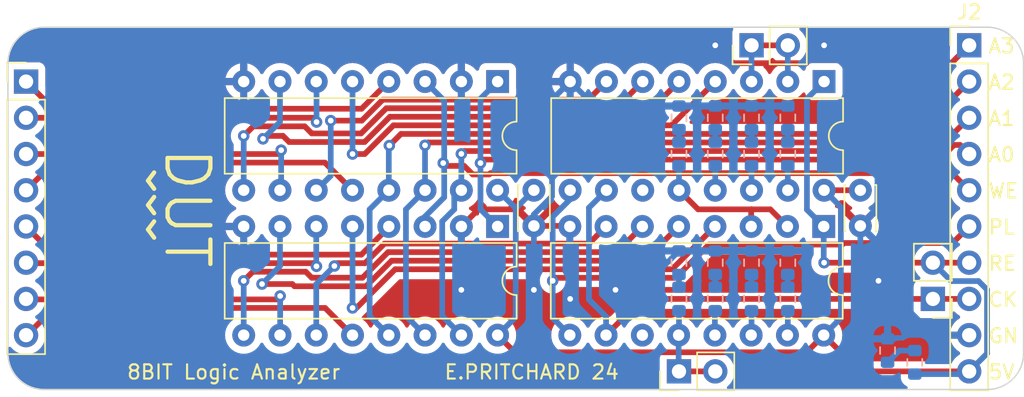
<source format=kicad_pcb>
(kicad_pcb (version 20221018) (generator pcbnew)
  (layers (0 "F.Cu" signal) (31 "B.Cu" signal) (34 "B.Paste" user) (35 "F.Paste" user) (36 "B.SilkS" user "B.Silkscreen") (37 "F.SilkS" user "F.Silkscreen") (38 "B.Mask" user) (39 "F.Mask" user) (44 "Edge.Cuts" user))
  (net 0 "")
  (net 1 "VCC")
  (net 2 "GND")
  (net 3 "Net-(D1-A)")
  (net 4 "Net-(D2-A)")
  (net 5 "Net-(D3-A)")
  (net 6 "Net-(D4-A)")
  (net 7 "Net-(D5-A)")
  (net 8 "Net-(D6-A)")
  (net 9 "Net-(D7-A)")
  (net 10 "Net-(D8-A)")
  (net 11 "Net-(D9-A)")
  (net 12 "Net-(J1-Pin_1)")
  (net 13 "Net-(J1-Pin_2)")
  (net 14 "Net-(J1-Pin_3)")
  (net 15 "Net-(J1-Pin_4)")
  (net 16 "Net-(J1-Pin_5)")
  (net 17 "Net-(J1-Pin_6)")
  (net 18 "Net-(J1-Pin_7)")
  (net 19 "Net-(J1-Pin_8)")
  (net 20 "/addr_3")
  (net 21 "/addr_2")
  (net 22 "/addr_1")
  (net 23 "/addr_0")
  (net 24 "/write")
  (net 25 "/load")
  (net 26 "/clear")
  (net 27 "/clk")
  (net 28 "/s_in")
  (net 29 "/s_out")
  (net 30 "Net-(U2-Q3)")
  (net 31 "Net-(U2-Q2)")
  (net 32 "Net-(U2-Q1)")
  (net 33 "Net-(U2-Q0)")
  (net 34 "Net-(U4-Q2)")
  (net 35 "Net-(U4-Q1)")
  (net 36 "Net-(U4-Q0)")
  (net 37 "Net-(U1-S0_n)")
  (net 38 "Net-(U1-S1_n)")
  (net 39 "Net-(U1-S2_n)")
  (net 40 "Net-(U1-S3_n)")
  (net 42 "Net-(U3-S0_n)")
  (net 43 "Net-(U3-S1_n)")
  (net 44 "Net-(U3-S2_n)")
  (net 45 "Net-(U3-S3_n)")
  (footprint "Connector_PinHeader_2.54mm:PinHeader_1x10_P2.54mm_Vertical" (layer "F.Cu") (at 81.28 17.78)
    (fp_text reference "J2" (at 0 -2.33) (layer "F.SilkS"))
    (fp_text value "Conn_01x10_Pin" hide)
    (pad "1" thru_hole rect (at 0 0) (size 1.7 1.7) (drill 1) (layers "*.Cu" "*.Mask") (net 20 "/addr_3"))
    (pad "2" thru_hole oval (at 0 2.54) (size 1.7 1.7) (drill 1) (layers "*.Cu" "*.Mask") (net 21 "/addr_2"))
    (pad "3" thru_hole oval (at 0 5.08) (size 1.7 1.7) (drill 1) (layers "*.Cu" "*.Mask") (net 22 "/addr_1"))
    (pad "4" thru_hole oval (at 0 7.62) (size 1.7 1.7) (drill 1) (layers "*.Cu" "*.Mask") (net 23 "/addr_0"))
    (pad "5" thru_hole oval (at 0 10.16) (size 1.7 1.7) (drill 1) (layers "*.Cu" "*.Mask") (net 24 "/write"))
    (pad "6" thru_hole oval (at 0 12.7) (size 1.7 1.7) (drill 1) (layers "*.Cu" "*.Mask") (net 25 "/load"))
    (pad "7" thru_hole oval (at 0 15.24) (size 1.7 1.7) (drill 1) (layers "*.Cu" "*.Mask") (net 26 "/clear"))
    (pad "8" thru_hole oval (at 0 17.78) (size 1.7 1.7) (drill 1) (layers "*.Cu" "*.Mask") (net 27 "/clk"))
    (pad "9" thru_hole oval (at 0 20.32) (size 1.7 1.7) (drill 1) (layers "*.Cu" "*.Mask") (net 2 "GND"))
    (pad "10" thru_hole oval (at 0 22.86) (size 1.7 1.7) (drill 1) (layers "*.Cu" "*.Mask") (net 1 "VCC"))
  )
  (footprint "Package_DIP:DIP-16_W7.62mm" (layer "F.Cu") (at 48.26 30.48 -90)
    (fp_text reference "U3" hide)
    (fp_text value "~" hide)
    (pad "1" thru_hole rect (at 0 0 270) (size 1.6 1.6) (drill 0.8) (layers "*.Cu" "*.Mask") (net 23 "/addr_0"))
    (pad "2" thru_hole oval (at 0 2.54 270) (size 1.6 1.6) (drill 0.8) (layers "*.Cu" "*.Mask") (net 2 "GND"))
    (pad "3" thru_hole oval (at 0 5.08 270) (size 1.6 1.6) (drill 0.8) (layers "*.Cu" "*.Mask") (net 24 "/write"))
    (pad "4" thru_hole oval (at 0 7.62 270) (size 1.6 1.6) (drill 0.8) (layers "*.Cu" "*.Mask") (net 16 "Net-(J1-Pin_5)"))
    (pad "5" thru_hole oval (at 0 10.16 270) (size 1.6 1.6) (drill 0.8) (layers "*.Cu" "*.Mask") (net 42 "Net-(U3-S0_n)"))
    (pad "6" thru_hole oval (at 0 12.7 270) (size 1.6 1.6) (drill 0.8) (layers "*.Cu" "*.Mask") (net 17 "Net-(J1-Pin_6)"))
    (pad "7" thru_hole oval (at 0 15.24 270) (size 1.6 1.6) (drill 0.8) (layers "*.Cu" "*.Mask") (net 43 "Net-(U3-S1_n)"))
    (pad "8" thru_hole oval (at 0 17.78 270) (size 1.6 1.6) (drill 0.8) (layers "*.Cu" "*.Mask") (net 2 "GND"))
    (pad "9" thru_hole oval (at 7.62 17.78 270) (size 1.6 1.6) (drill 0.8) (layers "*.Cu" "*.Mask") (net 44 "Net-(U3-S2_n)"))
    (pad "10" thru_hole oval (at 7.62 15.24 270) (size 1.6 1.6) (drill 0.8) (layers "*.Cu" "*.Mask") (net 18 "Net-(J1-Pin_7)"))
    (pad "11" thru_hole oval (at 7.62 12.7 270) (size 1.6 1.6) (drill 0.8) (layers "*.Cu" "*.Mask") (net 45 "Net-(U3-S3_n)"))
    (pad "12" thru_hole oval (at 7.62 10.16 270) (size 1.6 1.6) (drill 0.8) (layers "*.Cu" "*.Mask") (net 19 "Net-(J1-Pin_8)"))
    (pad "13" thru_hole oval (at 7.62 7.62 270) (size 1.6 1.6) (drill 0.8) (layers "*.Cu" "*.Mask") (net 20 "/addr_3"))
    (pad "14" thru_hole oval (at 7.62 5.08 270) (size 1.6 1.6) (drill 0.8) (layers "*.Cu" "*.Mask") (net 21 "/addr_2"))
    (pad "15" thru_hole oval (at 7.62 2.54 270) (size 1.6 1.6) (drill 0.8) (layers "*.Cu" "*.Mask") (net 22 "/addr_1"))
    (pad "16" thru_hole oval (at 7.62 0 270) (size 1.6 1.6) (drill 0.8) (layers "*.Cu" "*.Mask") (net 1 "VCC"))
  )
  (footprint "Connector_PinHeader_2.54mm:PinHeader_1x02_P2.54mm_Vertical" (layer "F.Cu") (at 60.96 40.64 90)
    (fp_text reference "J4" hide)
    (fp_text value "Conn_01x02_Pin" hide)
    (pad "1" thru_hole rect (at 0 0 90) (size 1.7 1.7) (drill 1) (layers "*.Cu" "*.Mask") (net 29 "/s_out"))
    (pad "2" thru_hole oval (at 0 2.54 90) (size 1.7 1.7) (drill 1) (layers "*.Cu" "*.Mask") (net 29 "/s_out"))
  )
  (footprint "Capacitor_THT:C_Disc_D3.0mm_W2.0mm_P2.50mm" (layer "F.Cu") (at 50.8 27.94 -90)
    (fp_text reference "C1" hide)
    (fp_text value "100nF" hide)
    (pad "1" thru_hole circle (at 0 0 270) (size 1.6 1.6) (drill 0.8) (layers "*.Cu" "*.Mask") (net 1 "VCC"))
    (pad "2" thru_hole circle (at 2.5 0 270) (size 1.6 1.6) (drill 0.8) (layers "*.Cu" "*.Mask") (net 2 "GND"))
  )
  (footprint "Connector_PinHeader_2.54mm:PinHeader_1x02_P2.54mm_Vertical" (layer "F.Cu") (at 78.74 35.56 180)
    (fp_text reference "J5" hide)
    (fp_text value "Conn_01x02_Pin" hide)
    (pad "1" thru_hole rect (at 0 0 180) (size 1.7 1.7) (drill 1) (layers "*.Cu" "*.Mask") (net 27 "/clk"))
    (pad "2" thru_hole oval (at 0 2.54 180) (size 1.7 1.7) (drill 1) (layers "*.Cu" "*.Mask") (net 1 "VCC"))
  )
  (footprint "Package_DIP:DIP-16_W7.62mm" (layer "F.Cu") (at 71.095 30.48 -90)
    (fp_text reference "U4" hide)
    (fp_text value "74LS195" hide)
    (pad "1" thru_hole rect (at 0 0 270) (size 1.6 1.6) (drill 0.8) (layers "*.Cu" "*.Mask") (net 26 "/clear"))
    (pad "2" thru_hole oval (at 0 2.54 270) (size 1.6 1.6) (drill 0.8) (layers "*.Cu" "*.Mask") (net 30 "Net-(U2-Q3)"))
    (pad "3" thru_hole oval (at 0 5.08 270) (size 1.6 1.6) (drill 0.8) (layers "*.Cu" "*.Mask") (net 30 "Net-(U2-Q3)"))
    (pad "4" thru_hole oval (at 0 7.62 270) (size 1.6 1.6) (drill 0.8) (layers "*.Cu" "*.Mask") (net 42 "Net-(U3-S0_n)"))
    (pad "5" thru_hole oval (at 0 10.16 270) (size 1.6 1.6) (drill 0.8) (layers "*.Cu" "*.Mask") (net 43 "Net-(U3-S1_n)"))
    (pad "6" thru_hole oval (at 0 12.7 270) (size 1.6 1.6) (drill 0.8) (layers "*.Cu" "*.Mask") (net 44 "Net-(U3-S2_n)"))
    (pad "7" thru_hole oval (at 0 15.24 270) (size 1.6 1.6) (drill 0.8) (layers "*.Cu" "*.Mask") (net 45 "Net-(U3-S3_n)"))
    (pad "8" thru_hole oval (at 0 17.78 270) (size 1.6 1.6) (drill 0.8) (layers "*.Cu" "*.Mask") (net 2 "GND"))
    (pad "9" thru_hole oval (at 7.62 17.78 270) (size 1.6 1.6) (drill 0.8) (layers "*.Cu" "*.Mask") (net 25 "/load"))
    (pad "10" thru_hole oval (at 7.62 15.24 270) (size 1.6 1.6) (drill 0.8) (layers "*.Cu" "*.Mask") (net 27 "/clk"))
    (pad "11" thru_hole oval (at 7.62 12.7 270) (size 1.6 1.6) (drill 0.8) (layers "*.Cu" "*.Mask"))
    (pad "12" thru_hole oval (at 7.62 10.16 270) (size 1.6 1.6) (drill 0.8) (layers "*.Cu" "*.Mask") (net 29 "/s_out"))
    (pad "13" thru_hole oval (at 7.62 7.62 270) (size 1.6 1.6) (drill 0.8) (layers "*.Cu" "*.Mask") (net 34 "Net-(U4-Q2)"))
    (pad "14" thru_hole oval (at 7.62 5.08 270) (size 1.6 1.6) (drill 0.8) (layers "*.Cu" "*.Mask") (net 35 "Net-(U4-Q1)"))
    (pad "15" thru_hole oval (at 7.62 2.54 270) (size 1.6 1.6) (drill 0.8) (layers "*.Cu" "*.Mask") (net 36 "Net-(U4-Q0)"))
    (pad "16" thru_hole oval (at 7.62 0 270) (size 1.6 1.6) (drill 0.8) (layers "*.Cu" "*.Mask") (net 1 "VCC"))
  )
  (footprint "Package_DIP:DIP-16_W7.62mm" (layer "F.Cu") (at 71.12 20.32 -90)
    (fp_text reference "U2" hide)
    (fp_text value "74LS195" hide)
    (pad "1" thru_hole rect (at 0 0 270) (size 1.6 1.6) (drill 0.8) (layers "*.Cu" "*.Mask") (net 26 "/clear"))
    (pad "2" thru_hole oval (at 0 2.54 270) (size 1.6 1.6) (drill 0.8) (layers "*.Cu" "*.Mask") (net 28 "/s_in"))
    (pad "3" thru_hole oval (at 0 5.08 270) (size 1.6 1.6) (drill 0.8) (layers "*.Cu" "*.Mask") (net 28 "/s_in"))
    (pad "4" thru_hole oval (at 0 7.62 270) (size 1.6 1.6) (drill 0.8) (layers "*.Cu" "*.Mask") (net 37 "Net-(U1-S0_n)"))
    (pad "5" thru_hole oval (at 0 10.16 270) (size 1.6 1.6) (drill 0.8) (layers "*.Cu" "*.Mask") (net 38 "Net-(U1-S1_n)"))
    (pad "6" thru_hole oval (at 0 12.7 270) (size 1.6 1.6) (drill 0.8) (layers "*.Cu" "*.Mask") (net 39 "Net-(U1-S2_n)"))
    (pad "7" thru_hole oval (at 0 15.24 270) (size 1.6 1.6) (drill 0.8) (layers "*.Cu" "*.Mask") (net 40 "Net-(U1-S3_n)"))
    (pad "8" thru_hole oval (at 0 17.78 270) (size 1.6 1.6) (drill 0.8) (layers "*.Cu" "*.Mask") (net 2 "GND"))
    (pad "9" thru_hole oval (at 7.62 17.78 270) (size 1.6 1.6) (drill 0.8) (layers "*.Cu" "*.Mask") (net 25 "/load"))
    (pad "10" thru_hole oval (at 7.62 15.24 270) (size 1.6 1.6) (drill 0.8) (layers "*.Cu" "*.Mask") (net 27 "/clk"))
    (pad "11" thru_hole oval (at 7.62 12.7 270) (size 1.6 1.6) (drill 0.8) (layers "*.Cu" "*.Mask"))
    (pad "12" thru_hole oval (at 7.62 10.16 270) (size 1.6 1.6) (drill 0.8) (layers "*.Cu" "*.Mask") (net 30 "Net-(U2-Q3)"))
    (pad "13" thru_hole oval (at 7.62 7.62 270) (size 1.6 1.6) (drill 0.8) (layers "*.Cu" "*.Mask") (net 31 "Net-(U2-Q2)"))
    (pad "14" thru_hole oval (at 7.62 5.08 270) (size 1.6 1.6) (drill 0.8) (layers "*.Cu" "*.Mask") (net 32 "Net-(U2-Q1)"))
    (pad "15" thru_hole oval (at 7.62 2.54 270) (size 1.6 1.6) (drill 0.8) (layers "*.Cu" "*.Mask") (net 33 "Net-(U2-Q0)"))
    (pad "16" thru_hole oval (at 7.62 0 270) (size 1.6 1.6) (drill 0.8) (layers "*.Cu" "*.Mask") (net 1 "VCC"))
  )
  (footprint "Capacitor_THT:C_Disc_D3.0mm_W2.0mm_P2.50mm" (layer "F.Cu") (at 73.66 27.94 -90)
    (fp_text reference "C2" hide)
    (fp_text value "1uF" hide)
    (pad "1" thru_hole circle (at 0 0 270) (size 1.6 1.6) (drill 0.8) (layers "*.Cu" "*.Mask") (net 1 "VCC"))
    (pad "2" thru_hole circle (at 2.5 0 270) (size 1.6 1.6) (drill 0.8) (layers "*.Cu" "*.Mask") (net 2 "GND"))
  )
  (footprint "Package_DIP:DIP-16_W7.62mm" (layer "F.Cu") (at 48.26 20.32 -90)
    (fp_text reference "U1" hide)
    (fp_text value "~" hide)
    (pad "1" thru_hole rect (at 0 0 270) (size 1.6 1.6) (drill 0.8) (layers "*.Cu" "*.Mask") (net 23 "/addr_0"))
    (pad "2" thru_hole oval (at 0 2.54 270) (size 1.6 1.6) (drill 0.8) (layers "*.Cu" "*.Mask") (net 2 "GND"))
    (pad "3" thru_hole oval (at 0 5.08 270) (size 1.6 1.6) (drill 0.8) (layers "*.Cu" "*.Mask") (net 24 "/write"))
    (pad "4" thru_hole oval (at 0 7.62 270) (size 1.6 1.6) (drill 0.8) (layers "*.Cu" "*.Mask") (net 12 "Net-(J1-Pin_1)"))
    (pad "5" thru_hole oval (at 0 10.16 270) (size 1.6 1.6) (drill 0.8) (layers "*.Cu" "*.Mask") (net 37 "Net-(U1-S0_n)"))
    (pad "6" thru_hole oval (at 0 12.7 270) (size 1.6 1.6) (drill 0.8) (layers "*.Cu" "*.Mask") (net 13 "Net-(J1-Pin_2)"))
    (pad "7" thru_hole oval (at 0 15.24 270) (size 1.6 1.6) (drill 0.8) (layers "*.Cu" "*.Mask") (net 38 "Net-(U1-S1_n)"))
    (pad "8" thru_hole oval (at 0 17.78 270) (size 1.6 1.6) (drill 0.8) (layers "*.Cu" "*.Mask") (net 2 "GND"))
    (pad "9" thru_hole oval (at 7.62 17.78 270) (size 1.6 1.6) (drill 0.8) (layers "*.Cu" "*.Mask") (net 39 "Net-(U1-S2_n)"))
    (pad "10" thru_hole oval (at 7.62 15.24 270) (size 1.6 1.6) (drill 0.8) (layers "*.Cu" "*.Mask") (net 14 "Net-(J1-Pin_3)"))
    (pad "11" thru_hole oval (at 7.62 12.7 270) (size 1.6 1.6) (drill 0.8) (layers "*.Cu" "*.Mask") (net 40 "Net-(U1-S3_n)"))
    (pad "12" thru_hole oval (at 7.62 10.16 270) (size 1.6 1.6) (drill 0.8) (layers "*.Cu" "*.Mask") (net 15 "Net-(J1-Pin_4)"))
    (pad "13" thru_hole oval (at 7.62 7.62 270) (size 1.6 1.6) (drill 0.8) (layers "*.Cu" "*.Mask") (net 20 "/addr_3"))
    (pad "14" thru_hole oval (at 7.62 5.08 270) (size 1.6 1.6) (drill 0.8) (layers "*.Cu" "*.Mask") (net 21 "/addr_2"))
    (pad "15" thru_hole oval (at 7.62 2.54 270) (size 1.6 1.6) (drill 0.8) (layers "*.Cu" "*.Mask") (net 22 "/addr_1"))
    (pad "16" thru_hole oval (at 7.62 0 270) (size 1.6 1.6) (drill 0.8) (layers "*.Cu" "*.Mask") (net 1 "VCC"))
  )
  (footprint "Connector_PinHeader_2.54mm:PinHeader_1x02_P2.54mm_Vertical" (layer "F.Cu") (at 66.04 17.78 90)
    (fp_text reference "J3" hide)
    (fp_text value "Conn_01x02_Pin" hide)
    (pad "1" thru_hole rect (at 0 0 90) (size 1.7 1.7) (drill 1) (layers "*.Cu" "*.Mask") (net 28 "/s_in"))
    (pad "2" thru_hole oval (at 0 2.54 90) (size 1.7 1.7) (drill 1) (layers "*.Cu" "*.Mask") (net 28 "/s_in"))
  )
  (footprint "Connector_PinHeader_2.54mm:PinHeader_1x08_P2.54mm_Vertical" (layer "F.Cu") (at 15.24 20.32)
    (fp_text reference "J1" hide)
    (fp_text value "Conn_01x08_Pin" hide)
    (pad "1" thru_hole rect (at 0 0) (size 1.7 1.7) (drill 1) (layers "*.Cu" "*.Mask") (net 12 "Net-(J1-Pin_1)"))
    (pad "2" thru_hole oval (at 0 2.54) (size 1.7 1.7) (drill 1) (layers "*.Cu" "*.Mask") (net 13 "Net-(J1-Pin_2)"))
    (pad "3" thru_hole oval (at 0 5.08) (size 1.7 1.7) (drill 1) (layers "*.Cu" "*.Mask") (net 14 "Net-(J1-Pin_3)"))
    (pad "4" thru_hole oval (at 0 7.62) (size 1.7 1.7) (drill 1) (layers "*.Cu" "*.Mask") (net 15 "Net-(J1-Pin_4)"))
    (pad "5" thru_hole oval (at 0 10.16) (size 1.7 1.7) (drill 1) (layers "*.Cu" "*.Mask") (net 16 "Net-(J1-Pin_5)"))
    (pad "6" thru_hole oval (at 0 12.7) (size 1.7 1.7) (drill 1) (layers "*.Cu" "*.Mask") (net 17 "Net-(J1-Pin_6)"))
    (pad "7" thru_hole oval (at 0 15.24) (size 1.7 1.7) (drill 1) (layers "*.Cu" "*.Mask") (net 18 "Net-(J1-Pin_7)"))
    (pad "8" thru_hole oval (at 0 17.78) (size 1.7 1.7) (drill 1) (layers "*.Cu" "*.Mask") (net 19 "Net-(J1-Pin_8)"))
  )
  (footprint "Resistor_SMD:R_0603_1608Metric" (layer "B.Cu") (at 77.47 40.005 90)
    (fp_text reference "R11" hide)
    (fp_text value "470" hide)
    (pad "1" smd roundrect (at -0.825 0 90) (size 0.8 0.95) (layers "B.Cu" "B.Paste" "B.Mask") (net 1 "VCC"))
    (pad "2" smd roundrect (at 0.825 0 90) (size 0.8 0.95) (layers "B.Cu" "B.Paste" "B.Mask") (net 11 "Net-(D9-A)"))
  )
  (footprint "Resistor_SMD:R_0603_1608Metric" (layer "B.Cu") (at 66.04 25.4 90)
    (fp_text reference "R3" hide)
    (fp_text value "470" hide)
    (pad "1" smd roundrect (at -0.825 0 90) (size 0.8 0.95) (layers "B.Cu" "B.Paste" "B.Mask") (net 32 "Net-(U2-Q1)"))
    (pad "2" smd roundrect (at 0.825 0 90) (size 0.8 0.95) (layers "B.Cu" "B.Paste" "B.Mask") (net 5 "Net-(D3-A)"))
  )
  (footprint "Resistor_SMD:R_0603_1608Metric" (layer "B.Cu") (at 60.96 22.86 -90)
    (fp_text reference "D1" hide)
    (fp_text value "LED" hide)
    (pad "1" smd roundrect (at -0.825 0 270) (size 0.8 0.95) (layers "B.Cu" "B.Paste" "B.Mask") (net 2 "GND"))
    (pad "2" smd roundrect (at 0.825 0 270) (size 0.8 0.95) (layers "B.Cu" "B.Paste" "B.Mask") (net 3 "Net-(D1-A)"))
  )
  (footprint "Resistor_SMD:R_0603_1608Metric" (layer "B.Cu") (at 63.5 22.86 -90)
    (fp_text reference "D2" hide)
    (fp_text value "LED" hide)
    (pad "1" smd roundrect (at -0.825 0 270) (size 0.8 0.95) (layers "B.Cu" "B.Paste" "B.Mask") (net 2 "GND"))
    (pad "2" smd roundrect (at 0.825 0 270) (size 0.8 0.95) (layers "B.Cu" "B.Paste" "B.Mask") (net 4 "Net-(D2-A)"))
  )
  (footprint "Resistor_SMD:R_0603_1608Metric" (layer "B.Cu") (at 66.04 22.86 -90)
    (fp_text reference "D3" hide)
    (fp_text value "LED" hide)
    (pad "1" smd roundrect (at -0.825 0 270) (size 0.8 0.95) (layers "B.Cu" "B.Paste" "B.Mask") (net 2 "GND"))
    (pad "2" smd roundrect (at 0.825 0 270) (size 0.8 0.95) (layers "B.Cu" "B.Paste" "B.Mask") (net 5 "Net-(D3-A)"))
  )
  (footprint "Resistor_SMD:R_0603_1608Metric" (layer "B.Cu") (at 75.565 39.18 -90)
    (fp_text reference "D9" hide)
    (fp_text value "LED" hide)
    (pad "1" smd roundrect (at -0.825 0 270) (size 0.8 0.95) (layers "B.Cu" "B.Paste" "B.Mask") (net 2 "GND"))
    (pad "2" smd roundrect (at 0.825 0 270) (size 0.8 0.95) (layers "B.Cu" "B.Paste" "B.Mask") (net 11 "Net-(D9-A)"))
  )
  (footprint "Resistor_SMD:R_0603_1608Metric" (layer "B.Cu") (at 68.58 22.86 -90)
    (fp_text reference "D4" hide)
    (fp_text value "LED" hide)
    (pad "1" smd roundrect (at -0.825 0 270) (size 0.8 0.95) (layers "B.Cu" "B.Paste" "B.Mask") (net 2 "GND"))
    (pad "2" smd roundrect (at 0.825 0 270) (size 0.8 0.95) (layers "B.Cu" "B.Paste" "B.Mask") (net 6 "Net-(D4-A)"))
  )
  (footprint "Resistor_SMD:R_0603_1608Metric" (layer "B.Cu") (at 66.04 33.02 -90)
    (fp_text reference "D7" hide)
    (fp_text value "LED" hide)
    (pad "1" smd roundrect (at -0.825 0 270) (size 0.8 0.95) (layers "B.Cu" "B.Paste" "B.Mask") (net 2 "GND"))
    (pad "2" smd roundrect (at 0.825 0 270) (size 0.8 0.95) (layers "B.Cu" "B.Paste" "B.Mask") (net 9 "Net-(D7-A)"))
  )
  (footprint "Resistor_SMD:R_0603_1608Metric" (layer "B.Cu") (at 60.96 33.02 -90)
    (fp_text reference "D5" hide)
    (fp_text value "LED" hide)
    (pad "1" smd roundrect (at -0.825 0 270) (size 0.8 0.95) (layers "B.Cu" "B.Paste" "B.Mask") (net 2 "GND"))
    (pad "2" smd roundrect (at 0.825 0 270) (size 0.8 0.95) (layers "B.Cu" "B.Paste" "B.Mask") (net 7 "Net-(D5-A)"))
  )
  (footprint "Resistor_SMD:R_0603_1608Metric" (layer "B.Cu") (at 68.58 35.56 90)
    (fp_text reference "R10" hide)
    (fp_text value "470" hide)
    (pad "1" smd roundrect (at -0.825 0 90) (size 0.8 0.95) (layers "B.Cu" "B.Paste" "B.Mask") (net 36 "Net-(U4-Q0)"))
    (pad "2" smd roundrect (at 0.825 0 90) (size 0.8 0.95) (layers "B.Cu" "B.Paste" "B.Mask") (net 10 "Net-(D8-A)"))
  )
  (footprint "Resistor_SMD:R_0603_1608Metric" (layer "B.Cu") (at 63.5 35.56 90)
    (fp_text reference "R8" hide)
    (fp_text value "470" hide)
    (pad "1" smd roundrect (at -0.825 0 90) (size 0.8 0.95) (layers "B.Cu" "B.Paste" "B.Mask") (net 34 "Net-(U4-Q2)"))
    (pad "2" smd roundrect (at 0.825 0 90) (size 0.8 0.95) (layers "B.Cu" "B.Paste" "B.Mask") (net 8 "Net-(D6-A)"))
  )
  (footprint "Resistor_SMD:R_0603_1608Metric" (layer "B.Cu") (at 63.5 33.02 -90)
    (fp_text reference "D6" hide)
    (fp_text value "LED" hide)
    (pad "1" smd roundrect (at -0.825 0 270) (size 0.8 0.95) (layers "B.Cu" "B.Paste" "B.Mask") (net 2 "GND"))
    (pad "2" smd roundrect (at 0.825 0 270) (size 0.8 0.95) (layers "B.Cu" "B.Paste" "B.Mask") (net 8 "Net-(D6-A)"))
  )
  (footprint "Resistor_SMD:R_0603_1608Metric" (layer "B.Cu") (at 60.96 25.4 90)
    (fp_text reference "R1" hide)
    (fp_text value "470" hide)
    (pad "1" smd roundrect (at -0.825 0 90) (size 0.8 0.95) (layers "B.Cu" "B.Paste" "B.Mask") (net 30 "Net-(U2-Q3)"))
    (pad "2" smd roundrect (at 0.825 0 90) (size 0.8 0.95) (layers "B.Cu" "B.Paste" "B.Mask") (net 3 "Net-(D1-A)"))
  )
  (footprint "Resistor_SMD:R_0603_1608Metric" (layer "B.Cu") (at 60.96 35.56 90)
    (fp_text reference "R7" hide)
    (fp_text value "470" hide)
    (pad "1" smd roundrect (at -0.825 0 90) (size 0.8 0.95) (layers "B.Cu" "B.Paste" "B.Mask") (net 29 "/s_out"))
    (pad "2" smd roundrect (at 0.825 0 90) (size 0.8 0.95) (layers "B.Cu" "B.Paste" "B.Mask") (net 7 "Net-(D5-A)"))
  )
  (footprint "Resistor_SMD:R_0603_1608Metric" (layer "B.Cu") (at 68.58 33.02 -90)
    (fp_text reference "D8" hide)
    (fp_text value "LED" hide)
    (pad "1" smd roundrect (at -0.825 0 270) (size 0.8 0.95) (layers "B.Cu" "B.Paste" "B.Mask") (net 2 "GND"))
    (pad "2" smd roundrect (at 0.825 0 270) (size 0.8 0.95) (layers "B.Cu" "B.Paste" "B.Mask") (net 10 "Net-(D8-A)"))
  )
  (footprint "Resistor_SMD:R_0603_1608Metric" (layer "B.Cu") (at 68.58 25.4 90)
    (fp_text reference "R4" hide)
    (fp_text value "470" hide)
    (pad "1" smd roundrect (at -0.825 0 90) (size 0.8 0.95) (layers "B.Cu" "B.Paste" "B.Mask") (net 33 "Net-(U2-Q0)"))
    (pad "2" smd roundrect (at 0.825 0 90) (size 0.8 0.95) (layers "B.Cu" "B.Paste" "B.Mask") (net 6 "Net-(D4-A)"))
  )
  (footprint "Resistor_SMD:R_0603_1608Metric" (layer "B.Cu") (at 63.5 25.4 90)
    (fp_text reference "R2" hide)
    (fp_text value "470" hide)
    (pad "1" smd roundrect (at -0.825 0 90) (size 0.8 0.95) (layers "B.Cu" "B.Paste" "B.Mask") (net 31 "Net-(U2-Q2)"))
    (pad "2" smd roundrect (at 0.825 0 90) (size 0.8 0.95) (layers "B.Cu" "B.Paste" "B.Mask") (net 4 "Net-(D2-A)"))
  )
  (footprint "Resistor_SMD:R_0603_1608Metric" (layer "B.Cu") (at 66.04 35.56 90)
    (fp_text reference "R9" hide)
    (fp_text value "470" hide)
    (pad "1" smd roundrect (at -0.825 0 90) (size 0.8 0.95) (layers "B.Cu" "B.Paste" "B.Mask") (net 35 "Net-(U4-Q1)"))
    (pad "2" smd roundrect (at 0.825 0 90) (size 0.8 0.95) (layers "B.Cu" "B.Paste" "B.Mask") (net 9 "Net-(D7-A)"))
  )
  (gr_arc (start 82.55 16.51) (mid 84.346051 17.253949) (end 85.09 19.05) (stroke (width 0.1)) (layer "Edge.Cuts"))
  (gr_line (start 16.51 41.91) (end 82.55 41.91) (stroke (width 0.1)) (layer "Edge.Cuts"))
  (gr_arc (start 13.97 19.05) (mid 14.713949 17.253949) (end 16.51 16.51) (stroke (width 0.1)) (layer "Edge.Cuts"))
  (gr_arc (start 16.51 41.91) (mid 14.713949 41.166051) (end 13.97 39.37) (stroke (width 0.1)) (layer "Edge.Cuts"))
  (gr_arc (start 85.09 39.37) (mid 84.346051 41.166051) (end 82.55 41.91) (stroke (width 0.1)) (layer "Edge.Cuts"))
  (gr_line (start 82.55 16.51) (end 16.51 16.51) (stroke (width 0.1)) (layer "Edge.Cuts"))
  (gr_line (start 85.09 19.05) (end 85.09 39.37) (stroke (width 0.1)) (layer "Edge.Cuts"))
  (gr_line (start 13.97 19.05) (end 13.97 39.37) (stroke (width 0.1)) (layer "Edge.Cuts"))
  (gr_text "^^^" (at 27.305 31.75 90) (layer "F.SilkS") (effects (font (size 3 3) (thickness 0.3) bold) (justify left bottom)))
  (gr_text "WE" (at 82.55 28.575) (layer "F.SilkS") (effects (font (size 1 1)) (justify left bottom)))
  (gr_text "A1" (at 82.55 23.495) (layer "F.SilkS") (effects (font (size 1 1)) (justify left bottom)))
  (gr_text "GN" (at 82.55 38.735) (layer "F.SilkS") (effects (font (size 1 1)) (justify left bottom)))
  (gr_text "CK" (at 82.55 36.195) (layer "F.SilkS") (effects (font (size 1 1)) (justify left bottom)))
  (gr_text "A2" (at 82.55 20.955) (layer "F.SilkS") (effects (font (size 1 1)) (justify left bottom)))
  (gr_text "RE" (at 82.55 33.655) (layer "F.SilkS") (effects (font (size 1 1)) (justify left bottom)))
  (gr_text "DUT" (at 24.765 24.765 -90) (layer "F.SilkS") (effects (font (size 3 3) (thickness 0.3)) (justify left bottom)))
  (gr_text "A0" (at 82.55 26.035) (layer "F.SilkS") (effects (font (size 1 1)) (justify left bottom)))
  (gr_text "PL" (at 82.55 31.115) (layer "F.SilkS") (effects (font (size 1 1)) (justify left bottom)))
  (gr_text "5V" (at 82.55 41.275) (layer "F.SilkS") (effects (font (size 1 1)) (justify left bottom)))
  (gr_text "E.PRITCHARD 24" (at 44.45 41.275) (layer "F.SilkS") (effects (font (size 1 1)) (justify left bottom)))
  (gr_text "8BIT Logic Analyzer" (at 22.225 41.275) (layer "F.SilkS") (effects (font (size 1 1)) (justify left bottom)))
  (gr_text "A3" (at 82.55 18.415) (layer "F.SilkS") (effects (font (size 1 1)) (justify left bottom)))
  (segment (start 81.28 40.64) (end 73.635 40.64) (width 0.4) (layer "F.Cu") (net 1))
  (segment (start 73.635 40.64) (end 71.095 38.1) (width 0.4) (layer "F.Cu") (net 1))
  (segment (start 73.66 27.94) (end 71.12 27.94) (width 0.4) (layer "F.Cu") (net 1))
  (segment (start 69.895 39.3) (end 49.46 39.3) (width 0.4) (layer "F.Cu") (net 1))
  (segment (start 49.46 39.3) (end 48.26 38.1) (width 0.4) (layer "F.Cu") (net 1))
  (segment (start 71.095 38.1) (end 69.895 39.3) (width 0.4) (layer "F.Cu") (net 1))
  (segment (start 49.53 29.21) (end 50.8 27.94) (width 0.4) (layer "B.Cu") (net 1))
  (segment (start 49.53 36.83) (end 48.26 38.1) (width 0.4) (layer "B.Cu") (net 1))
  (segment (start 49.53 29.21) (end 49.53 36.83) (width 0.4) (layer "B.Cu") (net 1))
  (segment (start 80.03 34.31) (end 81.935 34.31) (width 0.4) (layer "B.Cu") (net 1))
  (segment (start 82.53 34.905) (end 82.53 39.39) (width 0.4) (layer "B.Cu") (net 1))
  (segment (start 71.12 27.94) (end 72.295 29.115) (width 0.4) (layer "B.Cu") (net 1))
  (segment (start 77.47 40.83) (end 81.09 40.83) (width 0.4) (layer "B.Cu") (net 1))
  (segment (start 82.53 39.39) (end 81.28 40.64) (width 0.4) (layer "B.Cu") (net 1))
  (segment (start 81.935 34.31) (end 82.53 34.905) (width 0.4) (layer "B.Cu") (net 1))
  (segment (start 72.295 29.115) (end 72.295 36.9) (width 0.4) (layer "B.Cu") (net 1))
  (segment (start 48.26 27.94) (end 49.53 29.21) (width 0.4) (layer "B.Cu") (net 1))
  (segment (start 72.295 36.9) (end 71.095 38.1) (width 0.4) (layer "B.Cu") (net 1))
  (segment (start 81.09 40.83) (end 81.28 40.64) (width 0.4) (layer "B.Cu") (net 1))
  (segment (start 78.74 33.02) (end 80.03 34.31) (width 0.4) (layer "B.Cu") (net 1))
  (segment (start 69.87 19.03) (end 71.12 17.78) (width 0.4) (layer "F.Cu") (net 2))
  (segment (start 49.64 29.28) (end 46.92 29.28) (width 0.4) (layer "F.Cu") (net 2))
  (segment (start 51.435 35.56) (end 50.8 34.925) (width 0.4) (layer "F.Cu") (net 2))
  (segment (start 46.92 29.28) (end 45.72 30.48) (width 0.4) (layer "F.Cu") (net 2))
  (segment (start 64.75 19.03) (end 69.87 19.03) (width 0.4) (layer "F.Cu") (net 2))
  (segment (start 53.34 35.56) (end 51.435 35.56) (width 0.4) (layer "F.Cu") (net 2))
  (segment (start 53.275 30.44) (end 53.315 30.48) (width 0.4) (layer "F.Cu") (net 2))
  (segment (start 63.5 17.78) (end 64.75 19.03) (width 0.4) (layer "F.Cu") (net 2))
  (segment (start 53.975 34.925) (end 53.34 35.56) (width 0.4) (layer "F.Cu") (net 2))
  (segment (start 50.8 30.44) (end 53.275 30.44) (width 0.4) (layer "F.Cu") (net 2))
  (segment (start 74.93 34.29) (end 74.295 34.925) (width 0.4) (layer "F.Cu") (net 2))
  (segment (start 50.8 34.925) (end 45.72 34.925) (width 0.4) (layer "F.Cu") (net 2))
  (segment (start 74.295 34.925) (end 53.975 34.925) (width 0.4) (layer "F.Cu") (net 2))
  (segment (start 50.8 30.44) (end 49.64 29.28) (width 0.4) (layer "F.Cu") (net 2))
  (via (at 50.8 34.925) (size 0.8) (drill 0.4) (layers "F.Cu" "B.Cu") (net 2))
  (via (at 56.515 34.925) (size 0.8) (drill 0.4) (layers "F.Cu" "B.Cu") (net 2))
  (via (at 53.34 35.56) (size 0.8) (drill 0.4) (layers "F.Cu" "B.Cu") (net 2))
  (via (at 71.12 17.78) (size 0.8) (drill 0.4) (layers "F.Cu" "B.Cu") (net 2))
  (via (at 45.72 34.925) (size 0.8) (drill 0.4) (layers "F.Cu" "B.Cu") (net 2))
  (via (at 74.93 34.29) (size 0.8) (drill 0.4) (layers "F.Cu" "B.Cu") (net 2))
  (via (at 63.5 17.78) (size 0.8) (drill 0.4) (layers "F.Cu" "B.Cu") (net 2))
  (segment (start 55.055 22.035) (end 53.34 20.32) (width 0.4) (layer "B.Cu") (net 2))
  (segment (start 78.78 38.1) (end 81.28 38.1) (width 0.4) (layer "B.Cu") (net 2))
  (segment (start 73.66 32.98) (end 74.93 34.25) (width 0.4) (layer "B.Cu") (net 2))
  (segment (start 68.58 32.195) (end 60.96 32.195) (width 0.4) (layer "B.Cu") (net 2))
  (segment (start 50.8 30.44) (end 50.8 29.637057) (width 0.4) (layer "B.Cu") (net 2))
  (segment (start 60.96 32.195) (end 58.23 34.925) (width 0.4) (layer "B.Cu") (net 2))
  (segment (start 74.86 29.24) (end 74.86 21.52) (width 0.4) (layer "B.Cu") (net 2))
  (segment (start 50.8 29.637057) (end 52.07 28.367057) (width 0.4) (layer "B.Cu") (net 2))
  (segment (start 45.72 30.48) (end 45.72 34.925) (width 0.4) (layer "B.Cu") (net 2))
  (segment (start 53.34 35.56) (end 53.315 35.535) (width 0.4) (layer "B.Cu") (net 2))
  (segment (start 58.23 34.925) (end 56.515 34.925) (width 0.4) (layer "B.Cu") (net 2))
  (segment (start 52.07 21.59) (end 53.34 20.32) (width 0.4) (layer "B.Cu") (net 2))
  (segment (start 74.97 34.29) (end 78.78 38.1) (width 0.4) (layer "B.Cu") (net 2))
  (segment (start 68.58 22.035) (end 60.96 22.035) (width 0.4) (layer "B.Cu") (net 2))
  (segment (start 74.93 34.25) (end 74.93 34.29) (width 0.4) (layer "B.Cu") (net 2))
  (segment (start 73.66 30.44) (end 73.66 32.98) (width 0.4) (layer "B.Cu") (net 2))
  (segment (start 53.315 35.535) (end 53.315 30.48) (width 0.4) (layer "B.Cu") (net 2))
  (segment (start 60.96 22.035) (end 55.055 22.035) (width 0.4) (layer "B.Cu") (net 2))
  (segment (start 74.93 34.29) (end 74.97 34.29) (width 0.4) (layer "B.Cu") (net 2))
  (segment (start 52.07 28.367057) (end 52.07 21.59) (width 0.4) (layer "B.Cu") (net 2))
  (segment (start 50.8 34.925) (end 50.8 30.44) (width 0.4) (layer "B.Cu") (net 2))
  (segment (start 73.66 30.44) (end 74.86 29.24) (width 0.4) (layer "B.Cu") (net 2))
  (segment (start 74.86 21.52) (end 71.12 17.78) (width 0.4) (layer "B.Cu") (net 2))
  (segment (start 60.96 23.685) (end 60.96 24.575) (width 0.4) (layer "B.Cu") (net 3))
  (segment (start 63.5 23.685) (end 63.5 24.575) (width 0.4) (layer "B.Cu") (net 4))
  (segment (start 66.04 23.685) (end 66.04 24.575) (width 0.4) (layer "B.Cu") (net 5))
  (segment (start 68.58 23.685) (end 68.58 24.575) (width 0.4) (layer "B.Cu") (net 6))
  (segment (start 60.96 33.845) (end 60.96 34.735) (width 0.4) (layer "B.Cu") (net 7))
  (segment (start 63.5 33.845) (end 63.5 34.735) (width 0.4) (layer "B.Cu") (net 8))
  (segment (start 66.04 33.845) (end 66.04 34.735) (width 0.4) (layer "B.Cu") (net 9))
  (segment (start 68.58 33.845) (end 68.58 34.735) (width 0.4) (layer "B.Cu") (net 10))
  (segment (start 77.47 39.18) (end 76.39 39.18) (width 0.4) (layer "B.Cu") (net 11))
  (segment (start 76.39 39.18) (end 75.565 40.005) (width 0.4) (layer "B.Cu") (net 11))
  (segment (start 15.24 20.32) (end 17.145 22.225) (width 0.4) (layer "F.Cu") (net 12))
  (segment (start 17.145 22.225) (end 38.735 22.225) (width 0.4) (layer "F.Cu") (net 12))
  (segment (start 38.735 22.225) (end 40.64 20.32) (width 0.4) (layer "F.Cu") (net 12))
  (segment (start 35.579818 23.157276) (end 35.56 22.86) (width 0.4) (layer "F.Cu") (net 13))
  (segment (start 15.24 22.86) (end 35.56 22.86) (width 0.4) (layer "F.Cu") (net 13))
  (via (at 35.579818 23.157276) (size 0.8) (drill 0.4) (layers "F.Cu" "B.Cu") (net 13))
  (segment (start 35.579818 20.339818) (end 35.56 20.32) (width 0.4) (layer "B.Cu") (net 13))
  (segment (start 35.579818 23.157276) (end 35.579818 20.339818) (width 0.4) (layer "B.Cu") (net 13))
  (segment (start 33.102516 25.129208) (end 33.02 25.4) (width 0.4) (layer "F.Cu") (net 14))
  (segment (start 33.102516 25.317484) (end 33.102516 25.129208) (width 0.4) (layer "F.Cu") (net 14))
  (segment (start 15.24 25.4) (end 32.831724 25.4) (width 0.4) (layer "F.Cu") (net 14))
  (segment (start 32.831724 25.4) (end 33.102516 25.129208) (width 0.4) (layer "F.Cu") (net 14))
  (segment (start 33.02 25.4) (end 33.102516 25.317484) (width 0.4) (layer "F.Cu") (net 14))
  (via (at 33.102516 25.129208) (size 0.8) (drill 0.4) (layers "F.Cu" "B.Cu") (net 14))
  (segment (start 33.102516 27.857484) (end 33.02 27.94) (width 0.4) (layer "B.Cu") (net 14))
  (segment (start 33.102516 25.129208) (end 33.102516 27.857484) (width 0.4) (layer "B.Cu") (net 14))
  (segment (start 17.18 26) (end 36.16 26) (width 0.4) (layer "F.Cu") (net 15))
  (segment (start 36.16 26) (end 38.1 27.94) (width 0.4) (layer "F.Cu") (net 15))
  (segment (start 15.24 27.94) (end 17.18 26) (width 0.4) (layer "F.Cu") (net 15))
  (segment (start 15.261186 30.513171) (end 17.201186 32.453171) (width 0.4) (layer "F.Cu") (net 16))
  (segment (start 38.721186 32.453171) (end 40.661186 30.513171) (width 0.4) (layer "F.Cu") (net 16))
  (segment (start 17.201186 32.453171) (end 38.721186 32.453171) (width 0.4) (layer "F.Cu") (net 16))
  (segment (start 35.574863 33.272684) (end 35.581186 33.053171) (width 0.4) (layer "F.Cu") (net 17))
  (segment (start 15.261186 33.053171) (end 35.35535 33.053171) (width 0.4) (layer "F.Cu") (net 17))
  (segment (start 35.35535 33.053171) (end 35.574863 33.272684) (width 0.4) (layer "F.Cu") (net 17))
  (via (at 35.574863 33.272684) (size 0.8) (drill 0.4) (layers "F.Cu" "B.Cu") (net 17))
  (segment (start 35.56 30.48) (end 35.56 33.257821) (width 0.4) (layer "B.Cu") (net 17))
  (segment (start 35.56 33.257821) (end 35.574863 33.272684) (width 0.4) (layer "B.Cu") (net 17))
  (segment (start 15.261186 35.593171) (end 32.793598 35.593171) (width 0.4) (layer "F.Cu") (net 18))
  (segment (start 33.033151 35.353618) (end 33.041186 35.593171) (width 0.4) (layer "F.Cu") (net 18))
  (segment (start 32.793598 35.593171) (end 33.033151 35.353618) (width 0.4) (layer "F.Cu") (net 18))
  (via (at 33.033151 35.353618) (size 0.8) (drill 0.4) (layers "F.Cu" "B.Cu") (net 18))
  (segment (start 33.033151 38.086849) (end 33.02 38.1) (width 0.4) (layer "B.Cu") (net 18))
  (segment (start 33.033151 35.353618) (end 33.033151 38.086849) (width 0.4) (layer "B.Cu") (net 18))
  (segment (start 15.261186 38.133171) (end 17.201186 36.193171) (width 0.4) (layer "F.Cu") (net 19))
  (segment (start 17.201186 36.193171) (end 36.181186 36.193171) (width 0.4) (layer "F.Cu") (net 19))
  (segment (start 36.181186 36.193171) (end 38.121186 38.133171) (width 0.4) (layer "F.Cu") (net 19))
  (segment (start 40.679888 24.804888) (end 41.494776 23.99) (width 0.4) (layer "F.Cu") (net 20))
  (segment (start 75.07 23.99) (end 81.28 17.78) (width 0.4) (layer "F.Cu") (net 20))
  (segment (start 41.494776 23.99) (end 75.07 23.99) (width 0.4) (layer "F.Cu") (net 20))
  (via (at 40.679888 24.804888) (size 0.8) (drill 0.4) (layers "F.Cu" "B.Cu") (net 20))
  (segment (start 40.64 24.844776) (end 40.64 27.94) (width 0.4) (layer "B.Cu") (net 20))
  (segment (start 40.679888 24.804888) (end 40.64 24.844776) (width 0.4) (layer "B.Cu") (net 20))
  (segment (start 40.64 27.94) (end 39.3 29.28) (width 0.4) (layer "B.Cu") (net 20))
  (segment (start 39.3 29.28) (end 39.3 36.76) (width 0.4) (layer "B.Cu") (net 20))
  (segment (start 39.3 36.76) (end 40.64 38.1) (width 0.4) (layer "B.Cu") (net 20))
  (segment (start 43.175856 24.7895) (end 43.375356 24.59) (width 0.4) (layer "F.Cu") (net 21))
  (segment (start 77.01 24.59) (end 81.28 20.32) (width 0.4) (layer "F.Cu") (net 21))
  (segment (start 43.375356 24.59) (end 77.01 24.59) (width 0.4) (layer "F.Cu") (net 21))
  (via (at 43.175856 24.7895) (size 0.8) (drill 0.4) (layers "F.Cu" "B.Cu") (net 21))
  (segment (start 41.84 36.76) (end 43.18 38.1) (width 0.4) (layer "B.Cu") (net 21))
  (segment (start 41.84 29.28) (end 41.84 36.76) (width 0.4) (layer "B.Cu") (net 21))
  (segment (start 43.18 27.94) (end 41.84 29.28) (width 0.4) (layer "B.Cu") (net 21))
  (segment (start 43.175856 24.7895) (end 43.175856 27.935856) (width 0.4) (layer "B.Cu") (net 21))
  (segment (start 43.175856 27.935856) (end 43.18 27.94) (width 0.4) (layer "B.Cu") (net 21))
  (segment (start 78.95 25.19) (end 81.28 22.86) (width 0.4) (layer "F.Cu") (net 22))
  (segment (start 45.9195 25.19) (end 78.95 25.19) (width 0.4) (layer "F.Cu") (net 22))
  (segment (start 45.72 25.3895) (end 45.9195 25.19) (width 0.4) (layer "F.Cu") (net 22))
  (via (at 45.72 25.3895) (size 0.8) (drill 0.4) (layers "F.Cu" "B.Cu") (net 22))
  (segment (start 45.222943 28.437057) (end 45.222943 29.28) (width 0.4) (layer "B.Cu") (net 22))
  (segment (start 44.38 30.122943) (end 44.38 36.76) (width 0.4) (layer "B.Cu") (net 22))
  (segment (start 44.38 36.76) (end 45.72 38.1) (width 0.4) (layer "B.Cu") (net 22))
  (segment (start 45.72 27.94) (end 45.222943 28.437057) (width 0.4) (layer "B.Cu") (net 22))
  (segment (start 45.72 25.3895) (end 45.72 27.94) (width 0.4) (layer "B.Cu") (net 22))
  (segment (start 45.222943 29.28) (end 44.38 30.122943) (width 0.4) (layer "B.Cu") (net 22))
  (segment (start 80.645 24.765) (end 81.28 25.4) (width 0.4) (layer "F.Cu") (net 23))
  (segment (start 47.305 25.79) (end 79.198528 25.79) (width 0.4) (layer "F.Cu") (net 23))
  (segment (start 80.223528 24.765) (end 80.645 24.765) (width 0.4) (layer "F.Cu") (net 23))
  (segment (start 79.198528 25.79) (end 80.223528 24.765) (width 0.4) (layer "F.Cu") (net 23))
  (segment (start 47.06 26.035) (end 47.305 25.79) (width 0.4) (layer "F.Cu") (net 23))
  (via (at 47.06 26.035) (size 0.8) (drill 0.4) (layers "F.Cu" "B.Cu") (net 23))
  (segment (start 47.06 29.28) (end 48.26 30.48) (width 0.4) (layer "B.Cu") (net 23))
  (segment (start 48.26 20.32) (end 47.06 21.52) (width 0.4) (layer "B.Cu") (net 23))
  (segment (start 47.06 21.52) (end 47.06 29.28) (width 0.4) (layer "B.Cu") (net 23))
  (segment (start 45.918994 26.233994) (end 44.648994 26.233994) (width 0.4) (layer "F.Cu") (net 24))
  (segment (start 81.28 27.94) (end 80.08 26.74) (width 0.4) (layer "F.Cu") (net 24))
  (segment (start 46.52 26.835) (end 45.918994 26.233994) (width 0.4) (layer "F.Cu") (net 24))
  (segment (start 80.08 26.74) (end 47.762943 26.74) (width 0.4) (layer "F.Cu") (net 24))
  (segment (start 47.762943 26.74) (end 47.667943 26.835) (width 0.4) (layer "F.Cu") (net 24))
  (segment (start 44.648994 26.233994) (end 44.45 26.035) (width 0.4) (layer "F.Cu") (net 24))
  (segment (start 47.667943 26.835) (end 46.52 26.835) (width 0.4) (layer "F.Cu") (net 24))
  (via (at 44.45 26.035) (size 0.8) (drill 0.4) (layers "F.Cu" "B.Cu") (net 24))
  (segment (start 43.18 30.48) (end 43.18 29.777057) (width 0.4) (layer "B.Cu") (net 24))
  (segment (start 43.18 29.777057) (end 44.52 28.437057) (width 0.4) (layer "B.Cu") (net 24))
  (segment (start 44.52 26.105) (end 44.45 26.035) (width 0.4) (layer "B.Cu") (net 24))
  (segment (start 44.52 25.965) (end 44.52 21.66) (width 0.4) (layer "B.Cu") (net 24))
  (segment (start 44.45 26.035) (end 44.52 25.965) (width 0.4) (layer "B.Cu") (net 24))
  (segment (start 44.52 28.437057) (end 44.52 26.105) (width 0.4) (layer "B.Cu") (net 24))
  (segment (start 44.52 21.66) (end 43.18 20.32) (width 0.4) (layer "B.Cu") (net 24))
  (segment (start 63.053528 31.75) (end 72.39 31.75) (width 0.4) (layer "F.Cu") (net 25))
  (segment (start 60.723528 34.08) (end 63.053528 31.75) (width 0.4) (layer "F.Cu") (net 25))
  (segment (start 52.325 34.08) (end 60.723528 34.08) (width 0.4) (layer "F.Cu") (net 25))
  (segment (start 80.12 31.64) (end 81.28 30.48) (width 0.4) (layer "F.Cu") (net 25))
  (segment (start 52.115 34.29) (end 52.325 34.08) (width 0.4) (layer "F.Cu") (net 25))
  (segment (start 72.5 31.64) (end 80.12 31.64) (width 0.4) (layer "F.Cu") (net 25))
  (segment (start 72.39 31.75) (end 72.5 31.64) (width 0.4) (layer "F.Cu") (net 25))
  (via (at 52.115 34.29) (size 0.8) (drill 0.4) (layers "F.Cu" "B.Cu") (net 25))
  (segment (start 53.34 28.575) (end 53.34 27.94) (width 0.4) (layer "B.Cu") (net 25))
  (segment (start 52.115 29.8) (end 53.34 28.575) (width 0.4) (layer "B.Cu") (net 25))
  (segment (start 53.315 38.1) (end 52.115 36.9) (width 0.4) (layer "B.Cu") (net 25))
  (segment (start 52.115 36.9) (end 52.115 29.8) (width 0.4) (layer "B.Cu") (net 25))
  (segment (start 81.28 33.02) (end 78.74 33.02) (width 0.4) (layer "F.Cu") (net 26))
  (segment (start 78.74 33.02) (end 71.12 33.02) (width 0.4) (layer "F.Cu") (net 26))
  (via (at 71.12 33.02) (size 0.8) (drill 0.4) (layers "F.Cu" "B.Cu") (net 26))
  (segment (start 71.095 32.995) (end 71.12 33.02) (width 0.4) (layer "B.Cu") (net 26))
  (segment (start 69.92 21.52) (end 71.12 20.32) (width 0.4) (layer "B.Cu") (net 26))
  (segment (start 71.095 30.48) (end 71.095 32.995) (width 0.4) (layer "B.Cu") (net 26))
  (segment (start 69.92 29.305) (end 69.92 21.52) (width 0.4) (layer "B.Cu") (net 26))
  (segment (start 71.095 30.48) (end 69.92 29.305) (width 0.4) (layer "B.Cu") (net 26))
  (segment (start 78.74 35.56) (end 58.395 35.56) (width 0.4) (layer "F.Cu") (net 27))
  (segment (start 58.395 35.56) (end 55.855 38.1) (width 0.4) (layer "F.Cu") (net 27))
  (segment (start 81.28 35.56) (end 78.74 35.56) (width 0.4) (layer "F.Cu") (net 27))
  (segment (start 54.655 35.605) (end 55.855 36.805) (width 0.4) (layer "B.Cu") (net 27))
  (segment (start 55.855 36.805) (end 55.855 38.1) (width 0.4) (layer "B.Cu") (net 27))
  (segment (start 55.88 27.94) (end 54.655 29.165) (width 0.4) (layer "B.Cu") (net 27))
  (segment (start 54.655 29.165) (end 54.655 35.605) (width 0.4) (layer "B.Cu") (net 27))
  (segment (start 66.04 17.78) (end 68.58 17.78) (width 0.4) (layer "F.Cu") (net 28))
  (segment (start 66.04 20.32) (end 66.04 17.78) (width 0.4) (layer "B.Cu") (net 28))
  (segment (start 68.58 20.32) (end 68.58 17.78) (width 0.4) (layer "B.Cu") (net 28))
  (segment (start 60.96 40.64) (end 63.5 40.64) (width 0.4) (layer "F.Cu") (net 29))
  (segment (start 60.935 38.1) (end 60.935 40.615) (width 0.4) (layer "B.Cu") (net 29))
  (segment (start 60.935 40.615) (end 60.96 40.64) (width 0.4) (layer "B.Cu") (net 29))
  (segment (start 60.96 36.385) (end 60.96 38.075) (width 0.4) (layer "B.Cu") (net 29))
  (segment (start 60.96 38.075) (end 60.935 38.1) (width 0.4) (layer "B.Cu") (net 29))
  (segment (start 62.3 29.28) (end 66.04 29.28) (width 0.4) (layer "F.Cu") (net 30))
  (segment (start 66.04 29.28) (end 67.355 29.28) (width 0.4) (layer "F.Cu") (net 30))
  (segment (start 67.355 29.28) (end 68.555 30.48) (width 0.4) (layer "F.Cu") (net 30))
  (segment (start 66.015 29.305) (end 66.04 29.28) (width 0.4) (layer "F.Cu") (net 30))
  (segment (start 66.015 30.48) (end 66.015 29.305) (width 0.4) (layer "F.Cu") (net 30))
  (segment (start 60.96 27.94) (end 62.3 29.28) (width 0.4) (layer "F.Cu") (net 30))
  (segment (start 60.96 26.225) (end 60.96 27.94) (width 0.4) (layer "B.Cu") (net 30))
  (segment (start 63.5 26.225) (end 63.5 27.94) (width 0.4) (layer "B.Cu") (net 31))
  (segment (start 66.04 26.225) (end 66.04 27.94) (width 0.4) (layer "B.Cu") (net 32))
  (segment (start 68.58 26.225) (end 68.58 27.94) (width 0.4) (layer "B.Cu") (net 33))
  (segment (start 63.475 38.1) (end 63.475 36.41) (width 0.4) (layer "B.Cu") (net 34))
  (segment (start 63.475 36.41) (end 63.5 36.385) (width 0.4) (layer "B.Cu") (net 34))
  (segment (start 66.04 38.075) (end 66.015 38.1) (width 0.4) (layer "B.Cu") (net 35))
  (segment (start 66.04 36.385) (end 66.04 38.075) (width 0.4) (layer "B.Cu") (net 35))
  (segment (start 68.58 36.385) (end 68.58 38.075) (width 0.4) (layer "B.Cu") (net 36))
  (segment (start 68.58 38.075) (end 68.555 38.1) (width 0.4) (layer "B.Cu") (net 36))
  (segment (start 40.964112 23.39) (end 38.954112 25.4) (width 0.4) (layer "F.Cu") (net 37))
  (segment (start 60.43 23.39) (end 40.964112 23.39) (width 0.4) (layer "F.Cu") (net 37))
  (segment (start 38.954112 25.4) (end 38.1 25.4) (width 0.4) (layer "F.Cu") (net 37))
  (segment (start 63.5 20.32) (end 60.43 23.39) (width 0.4) (layer "F.Cu") (net 37))
  (via (at 38.1 25.4) (size 0.8) (drill 0.4) (layers "F.Cu" "B.Cu") (net 37))
  (segment (start 38.1 20.32) (end 38.1 25.4) (width 0.4) (layer "B.Cu") (net 37))
  (segment (start 33.234679 24.13) (end 32.037366 24.13) (width 0.4) (layer "F.Cu") (net 38))
  (segment (start 32.037366 24.13) (end 31.830084 24.337282) (width 0.4) (layer "F.Cu") (net 38))
  (segment (start 58.49 22.79) (end 40.715584 22.79) (width 0.4) (layer "F.Cu") (net 38))
  (segment (start 33.661955 24.557276) (end 33.234679 24.13) (width 0.4) (layer "F.Cu") (net 38))
  (segment (start 38.948308 24.557276) (end 33.661955 24.557276) (width 0.4) (layer "F.Cu") (net 38))
  (segment (start 31.830084 24.337282) (end 31.75 24.13) (width 0.4) (layer "F.Cu") (net 38))
  (segment (start 60.96 20.32) (end 58.49 22.79) (width 0.4) (layer "F.Cu") (net 38))
  (segment (start 40.715584 22.79) (end 38.948308 24.557276) (width 0.4) (layer "F.Cu") (net 38))
  (via (at 31.830084 24.337282) (size 0.8) (drill 0.4) (layers "F.Cu" "B.Cu") (net 38))
  (segment (start 33.02 20.32) (end 33.02 23.147366) (width 0.4) (layer "B.Cu") (net 38))
  (segment (start 33.02 23.147366) (end 31.830084 24.337282) (width 0.4) (layer "B.Cu") (net 38))
  (segment (start 31.15 23.46) (end 30.48 24.13) (width 0.4) (layer "F.Cu") (net 39))
  (segment (start 56.55 22.19) (end 40.467056 22.19) (width 0.4) (layer "F.Cu") (net 39))
  (segment (start 38.69978 23.957276) (end 35.248447 23.957276) (width 0.4) (layer "F.Cu") (net 39))
  (segment (start 58.42 20.32) (end 56.55 22.19) (width 0.4) (layer "F.Cu") (net 39))
  (segment (start 35.248447 23.957276) (end 34.751171 23.46) (width 0.4) (layer "F.Cu") (net 39))
  (segment (start 40.467056 22.19) (end 38.69978 23.957276) (width 0.4) (layer "F.Cu") (net 39))
  (segment (start 34.751171 23.46) (end 31.15 23.46) (width 0.4) (layer "F.Cu") (net 39))
  (via (at 30.48 24.13) (size 0.8) (drill 0.4) (layers "F.Cu" "B.Cu") (net 39))
  (segment (start 30.48 24.13) (end 30.48 27.94) (width 0.4) (layer "B.Cu") (net 39))
  (segment (start 54.61 21.59) (end 55.88 20.32) (width 0.4) (layer "F.Cu") (net 40))
  (segment (start 40.218528 21.59) (end 54.61 21.59) (width 0.4) (layer "F.Cu") (net 40))
  (segment (start 36.574516 23.059397) (end 38.749131 23.059397) (width 0.4) (layer "F.Cu") (net 40))
  (segment (start 38.749131 23.059397) (end 40.218528 21.59) (width 0.4) (layer "F.Cu") (net 40))
  (via (at 36.574516 23.059397) (size 0.8) (drill 0.4) (layers "F.Cu" "B.Cu") (net 40))
  (segment (start 36.574516 26.925484) (end 35.56 27.94) (width 0.4) (layer "B.Cu") (net 40))
  (segment (start 36.574516 23.059397) (end 36.574516 26.925484) (width 0.4) (layer "B.Cu") (net 40))
  (segment (start 38.373469 36.195) (end 38.1 36.195) (width 0.4) (layer "F.Cu") (net 42))
  (segment (start 63.475 30.48) (end 60.475 33.48) (width 0.4) (layer "F.Cu") (net 42))
  (segment (start 41.088469 33.48) (end 38.373469 36.195) (width 0.4) (layer "F.Cu") (net 42))
  (segment (start 60.475 33.48) (end 41.088469 33.48) (width 0.4) (layer "F.Cu") (net 42))
  (via (at 38.1 36.195) (size 0.8) (drill 0.4) (layers "F.Cu" "B.Cu") (net 42))
  (segment (start 38.1 36.195) (end 38.1 30.48) (width 0.4) (layer "B.Cu") (net 42))
  (segment (start 60.935 30.48) (end 58.535 32.88) (width 0.4) (layer "F.Cu") (net 43))
  (segment (start 39.047257 34.672684) (end 34.037684 34.672684) (width 0.4) (layer "F.Cu") (net 43))
  (segment (start 58.535 32.88) (end 40.839941 32.88) (width 0.4) (layer "F.Cu") (net 43))
  (segment (start 40.839941 32.88) (end 39.047257 34.672684) (width 0.4) (layer "F.Cu") (net 43))
  (segment (start 33.882911 34.517911) (end 31.762341 34.517911) (width 0.4) (layer "F.Cu") (net 43))
  (segment (start 34.037684 34.672684) (end 33.882911 34.517911) (width 0.4) (layer "F.Cu") (net 43))
  (via (at 31.762341 34.517911) (size 0.8) (drill 0.4) (layers "F.Cu" "B.Cu") (net 43))
  (segment (start 31.762341 34.517911) (end 33.02 33.260252) (width 0.4) (layer "B.Cu") (net 43))
  (segment (start 33.02 33.260252) (end 33.02 30.48) (width 0.4) (layer "B.Cu") (net 43))
  (segment (start 38.798729 34.072684) (end 35.243492 34.072684) (width 0.4) (layer "F.Cu") (net 44))
  (segment (start 58.395 30.48) (end 56.595 32.28) (width 0.4) (layer "F.Cu") (net 44))
  (segment (start 31.116829 33.653171) (end 30.48 34.29) (width 0.4) (layer "F.Cu") (net 44))
  (segment (start 35.243492 34.072684) (end 34.823979 33.653171) (width 0.4) (layer "F.Cu") (net 44))
  (segment (start 56.595 32.28) (end 40.591413 32.28) (width 0.4) (layer "F.Cu") (net 44))
  (segment (start 34.823979 33.653171) (end 31.116829 33.653171) (width 0.4) (layer "F.Cu") (net 44))
  (segment (start 40.591413 32.28) (end 38.798729 34.072684) (width 0.4) (layer "F.Cu") (net 44))
  (via (at 30.48 34.29) (size 0.8) (drill 0.4) (layers "F.Cu" "B.Cu") (net 44))
  (segment (start 30.48 34.29) (end 30.48 38.1) (width 0.4) (layer "B.Cu") (net 44))
  (segment (start 38.969714 33.053171) (end 40.342885 31.68) (width 0.4) (layer "F.Cu") (net 45))
  (segment (start 54.655 31.68) (end 55.855 30.48) (width 0.4) (layer "F.Cu") (net 45))
  (segment (start 37.0295 33.053171) (end 38.969714 33.053171) (width 0.4) (layer "F.Cu") (net 45))
  (segment (start 40.342885 31.68) (end 54.655 31.68) (width 0.4) (layer "F.Cu") (net 45))
  (segment (start 36.83 33.252671) (end 37.0295 33.053171) (width 0.4) (layer "F.Cu") (net 45))
  (via (at 36.83 33.252671) (size 0.8) (drill 0.4) (layers "F.Cu" "B.Cu") (net 45))
  (segment (start 35.56 34.522671) (end 35.56 38.1) (width 0.4) (layer "B.Cu") (net 45))
  (segment (start 36.83 33.252671) (end 35.56 34.522671) (width 0.4) (layer "B.Cu") (net 45))
  (zone (net 2) (net_name "GND") (layer "F.Cu") (connect_pads (clearance 0.5)) (min_thickness 0.25) (fill yes (thermal_gap 0.5) (thermal_bridge_width 0.5))
    (polygon (pts (xy 82.55 16.51) (xy 82.55 41.91) (xy 13.97 41.91) (xy 13.97 16.51)))
  )
  (zone (net 2) (net_name "GND") (layer "B.Cu") (priority 1) (connect_pads (clearance 0.5)) (min_thickness 0.25) (fill yes (thermal_gap 0.5) (thermal_bridge_width 0.5))
    (polygon (pts (xy 82.55 16.51) (xy 82.55 41.91) (xy 13.97 41.91) (xy 13.97 16.51)))
  )
)
</source>
